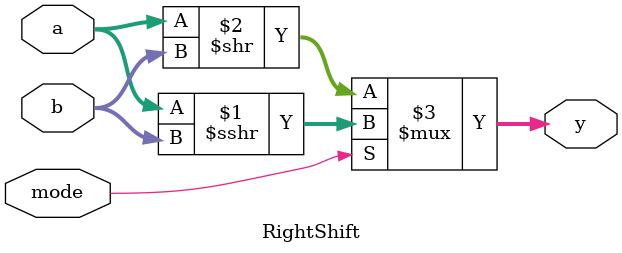
<source format=v>
`timescale 1ns / 1ps


module RightShift(
        input [31:0]a,
        input [4:0]b,
        input mode,
        output [31:0]y
    );
    assign y = mode ? a >>> b :  a >> b;
endmodule

</source>
